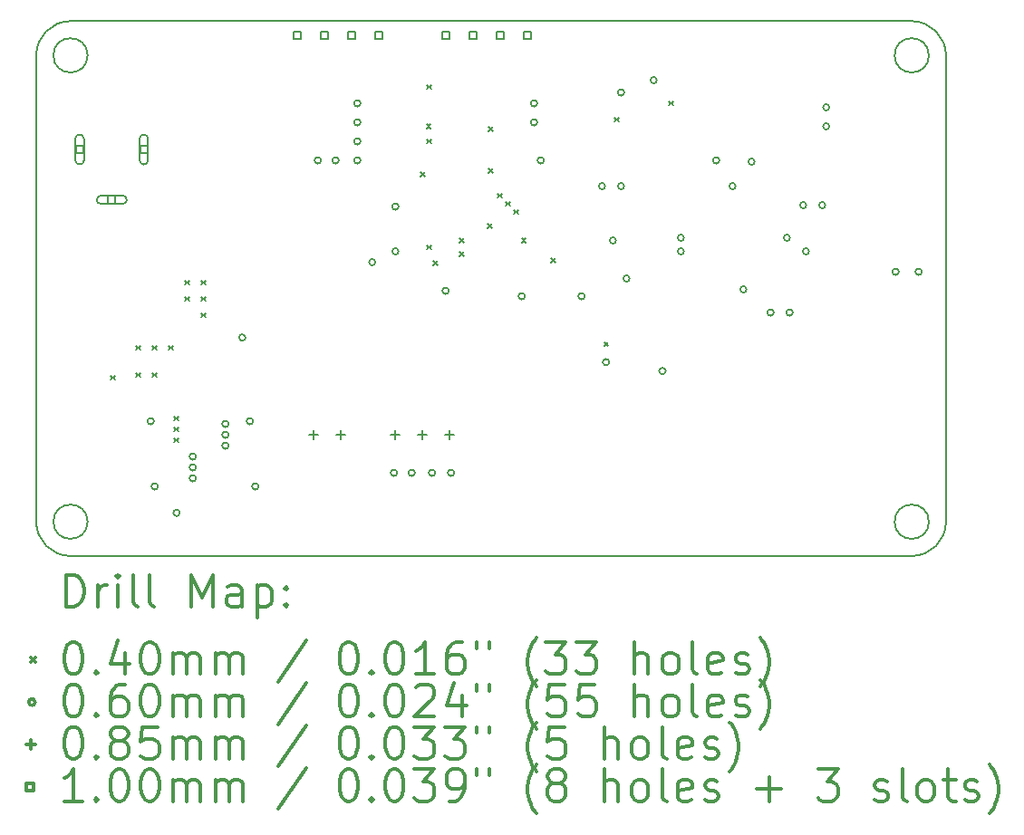
<source format=gbr>
%FSLAX45Y45*%
G04 Gerber Fmt 4.5, Leading zero omitted, Abs format (unit mm)*
G04 Created by KiCad (PCBNEW (5.1.9)-1) date 2022-01-14 23:33:00*
%MOMM*%
%LPD*%
G01*
G04 APERTURE LIST*
%TA.AperFunction,Profile*%
%ADD10C,0.200000*%
%TD*%
%ADD11C,0.200000*%
%ADD12C,0.300000*%
G04 APERTURE END LIST*
D10*
X10475000Y-10922000D02*
X10475000Y-6562000D01*
X18655000Y-6242000D02*
G75*
G02*
X18975000Y-6562000I0J-320000D01*
G01*
X10955000Y-6562000D02*
G75*
G03*
X10955000Y-6562000I-160000J0D01*
G01*
X18975000Y-10922000D02*
X18975000Y-6562000D01*
X10475000Y-6562000D02*
G75*
G02*
X10795000Y-6242000I320000J0D01*
G01*
X18815000Y-10922000D02*
G75*
G03*
X18815000Y-10922000I-160000J0D01*
G01*
X18815000Y-6562000D02*
G75*
G03*
X18815000Y-6562000I-160000J0D01*
G01*
X10795000Y-11242000D02*
X18655000Y-11242000D01*
X10955000Y-10922000D02*
G75*
G03*
X10955000Y-10922000I-160000J0D01*
G01*
X18975000Y-10922000D02*
G75*
G02*
X18655000Y-11242000I-320000J0D01*
G01*
X10795000Y-6242000D02*
X18655000Y-6242000D01*
X10795000Y-11242000D02*
G75*
G02*
X10475000Y-10922000I0J320000D01*
G01*
D11*
X11168700Y-9555800D02*
X11208700Y-9595800D01*
X11208700Y-9555800D02*
X11168700Y-9595800D01*
X11410000Y-9276400D02*
X11450000Y-9316400D01*
X11450000Y-9276400D02*
X11410000Y-9316400D01*
X11410000Y-9530400D02*
X11450000Y-9570400D01*
X11450000Y-9530400D02*
X11410000Y-9570400D01*
X11562400Y-9276400D02*
X11602400Y-9316400D01*
X11602400Y-9276400D02*
X11562400Y-9316400D01*
X11562400Y-9530400D02*
X11602400Y-9570400D01*
X11602400Y-9530400D02*
X11562400Y-9570400D01*
X11714800Y-9276400D02*
X11754800Y-9316400D01*
X11754800Y-9276400D02*
X11714800Y-9316400D01*
X11765600Y-9936800D02*
X11805600Y-9976800D01*
X11805600Y-9936800D02*
X11765600Y-9976800D01*
X11765600Y-10038400D02*
X11805600Y-10078400D01*
X11805600Y-10038400D02*
X11765600Y-10078400D01*
X11765600Y-10140000D02*
X11805600Y-10180000D01*
X11805600Y-10140000D02*
X11765600Y-10180000D01*
X11867200Y-8666800D02*
X11907200Y-8706800D01*
X11907200Y-8666800D02*
X11867200Y-8706800D01*
X11867200Y-8819200D02*
X11907200Y-8859200D01*
X11907200Y-8819200D02*
X11867200Y-8859200D01*
X12019600Y-8666800D02*
X12059600Y-8706800D01*
X12059600Y-8666800D02*
X12019600Y-8706800D01*
X12019600Y-8819200D02*
X12059600Y-8859200D01*
X12059600Y-8819200D02*
X12019600Y-8859200D01*
X12019600Y-8971600D02*
X12059600Y-9011600D01*
X12059600Y-8971600D02*
X12019600Y-9011600D01*
X14064300Y-7657150D02*
X14104300Y-7697150D01*
X14104300Y-7657150D02*
X14064300Y-7697150D01*
X14121450Y-7206300D02*
X14161450Y-7246300D01*
X14161450Y-7206300D02*
X14121450Y-7246300D01*
X14127800Y-6838000D02*
X14167800Y-6878000D01*
X14167800Y-6838000D02*
X14127800Y-6878000D01*
X14127800Y-7346000D02*
X14167800Y-7386000D01*
X14167800Y-7346000D02*
X14127800Y-7386000D01*
X14127800Y-8336600D02*
X14167800Y-8376600D01*
X14167800Y-8336600D02*
X14127800Y-8376600D01*
X14184950Y-8482650D02*
X14224950Y-8522650D01*
X14224950Y-8482650D02*
X14184950Y-8522650D01*
X14432600Y-8270500D02*
X14472600Y-8310500D01*
X14472600Y-8270500D02*
X14432600Y-8310500D01*
X14432600Y-8400100D02*
X14472600Y-8440100D01*
X14472600Y-8400100D02*
X14432600Y-8440100D01*
X14692950Y-8139750D02*
X14732950Y-8179750D01*
X14732950Y-8139750D02*
X14692950Y-8179750D01*
X14699300Y-7231700D02*
X14739300Y-7271700D01*
X14739300Y-7231700D02*
X14699300Y-7271700D01*
X14699300Y-7619050D02*
X14739300Y-7659050D01*
X14739300Y-7619050D02*
X14699300Y-7659050D01*
X14788200Y-7854000D02*
X14828200Y-7894000D01*
X14828200Y-7854000D02*
X14788200Y-7894000D01*
X14864400Y-7930200D02*
X14904400Y-7970200D01*
X14904400Y-7930200D02*
X14864400Y-7970200D01*
X14940600Y-8006400D02*
X14980600Y-8046400D01*
X14980600Y-8006400D02*
X14940600Y-8046400D01*
X15010450Y-8273100D02*
X15050450Y-8313100D01*
X15050450Y-8273100D02*
X15010450Y-8313100D01*
X15283500Y-8457250D02*
X15323500Y-8497250D01*
X15323500Y-8457250D02*
X15283500Y-8497250D01*
X15781450Y-9240950D02*
X15821450Y-9280950D01*
X15821450Y-9240950D02*
X15781450Y-9280950D01*
X15880400Y-7142800D02*
X15920400Y-7182800D01*
X15920400Y-7142800D02*
X15880400Y-7182800D01*
X16388400Y-6990400D02*
X16428400Y-7030400D01*
X16428400Y-6990400D02*
X16388400Y-7030400D01*
X11574300Y-9982200D02*
G75*
G03*
X11574300Y-9982200I-30000J0D01*
G01*
X11612400Y-10591800D02*
G75*
G03*
X11612400Y-10591800I-30000J0D01*
G01*
X11815600Y-10839450D02*
G75*
G03*
X11815600Y-10839450I-30000J0D01*
G01*
X11968000Y-10312400D02*
G75*
G03*
X11968000Y-10312400I-30000J0D01*
G01*
X11968000Y-10414000D02*
G75*
G03*
X11968000Y-10414000I-30000J0D01*
G01*
X11968000Y-10515600D02*
G75*
G03*
X11968000Y-10515600I-30000J0D01*
G01*
X12272800Y-10007600D02*
G75*
G03*
X12272800Y-10007600I-30000J0D01*
G01*
X12272800Y-10109200D02*
G75*
G03*
X12272800Y-10109200I-30000J0D01*
G01*
X12272800Y-10210800D02*
G75*
G03*
X12272800Y-10210800I-30000J0D01*
G01*
X12430000Y-9200000D02*
G75*
G03*
X12430000Y-9200000I-30000J0D01*
G01*
X12501400Y-9982200D02*
G75*
G03*
X12501400Y-9982200I-30000J0D01*
G01*
X12552200Y-10591800D02*
G75*
G03*
X12552200Y-10591800I-30000J0D01*
G01*
X13136400Y-7543800D02*
G75*
G03*
X13136400Y-7543800I-30000J0D01*
G01*
X13301500Y-7543800D02*
G75*
G03*
X13301500Y-7543800I-30000J0D01*
G01*
X13504700Y-7010400D02*
G75*
G03*
X13504700Y-7010400I-30000J0D01*
G01*
X13504700Y-7188200D02*
G75*
G03*
X13504700Y-7188200I-30000J0D01*
G01*
X13504700Y-7366000D02*
G75*
G03*
X13504700Y-7366000I-30000J0D01*
G01*
X13504700Y-7543800D02*
G75*
G03*
X13504700Y-7543800I-30000J0D01*
G01*
X13644400Y-8496300D02*
G75*
G03*
X13644400Y-8496300I-30000J0D01*
G01*
X13847600Y-10464800D02*
G75*
G03*
X13847600Y-10464800I-30000J0D01*
G01*
X13860300Y-7975600D02*
G75*
G03*
X13860300Y-7975600I-30000J0D01*
G01*
X13860300Y-8394700D02*
G75*
G03*
X13860300Y-8394700I-30000J0D01*
G01*
X14012700Y-10464800D02*
G75*
G03*
X14012700Y-10464800I-30000J0D01*
G01*
X14203200Y-10464800D02*
G75*
G03*
X14203200Y-10464800I-30000J0D01*
G01*
X14330200Y-8763000D02*
G75*
G03*
X14330200Y-8763000I-30000J0D01*
G01*
X14381000Y-10464800D02*
G75*
G03*
X14381000Y-10464800I-30000J0D01*
G01*
X15041400Y-8813800D02*
G75*
G03*
X15041400Y-8813800I-30000J0D01*
G01*
X15155700Y-7010400D02*
G75*
G03*
X15155700Y-7010400I-30000J0D01*
G01*
X15155700Y-7188200D02*
G75*
G03*
X15155700Y-7188200I-30000J0D01*
G01*
X15219200Y-7543800D02*
G75*
G03*
X15219200Y-7543800I-30000J0D01*
G01*
X15600200Y-8813800D02*
G75*
G03*
X15600200Y-8813800I-30000J0D01*
G01*
X15790700Y-7785100D02*
G75*
G03*
X15790700Y-7785100I-30000J0D01*
G01*
X15828800Y-9429750D02*
G75*
G03*
X15828800Y-9429750I-30000J0D01*
G01*
X15892300Y-8293100D02*
G75*
G03*
X15892300Y-8293100I-30000J0D01*
G01*
X15968500Y-6908800D02*
G75*
G03*
X15968500Y-6908800I-30000J0D01*
G01*
X15968500Y-7785100D02*
G75*
G03*
X15968500Y-7785100I-30000J0D01*
G01*
X16019300Y-8648700D02*
G75*
G03*
X16019300Y-8648700I-30000J0D01*
G01*
X16273300Y-6794500D02*
G75*
G03*
X16273300Y-6794500I-30000J0D01*
G01*
X16355850Y-9512300D02*
G75*
G03*
X16355850Y-9512300I-30000J0D01*
G01*
X16527300Y-8267700D02*
G75*
G03*
X16527300Y-8267700I-30000J0D01*
G01*
X16527300Y-8394700D02*
G75*
G03*
X16527300Y-8394700I-30000J0D01*
G01*
X16857500Y-7543800D02*
G75*
G03*
X16857500Y-7543800I-30000J0D01*
G01*
X17009900Y-7785100D02*
G75*
G03*
X17009900Y-7785100I-30000J0D01*
G01*
X17111500Y-8750300D02*
G75*
G03*
X17111500Y-8750300I-30000J0D01*
G01*
X17187700Y-7556500D02*
G75*
G03*
X17187700Y-7556500I-30000J0D01*
G01*
X17365500Y-8966200D02*
G75*
G03*
X17365500Y-8966200I-30000J0D01*
G01*
X17517900Y-8267700D02*
G75*
G03*
X17517900Y-8267700I-30000J0D01*
G01*
X17543300Y-8966200D02*
G75*
G03*
X17543300Y-8966200I-30000J0D01*
G01*
X17670300Y-7962900D02*
G75*
G03*
X17670300Y-7962900I-30000J0D01*
G01*
X17695700Y-8394700D02*
G75*
G03*
X17695700Y-8394700I-30000J0D01*
G01*
X17848100Y-7962900D02*
G75*
G03*
X17848100Y-7962900I-30000J0D01*
G01*
X17886200Y-7048500D02*
G75*
G03*
X17886200Y-7048500I-30000J0D01*
G01*
X17886200Y-7226300D02*
G75*
G03*
X17886200Y-7226300I-30000J0D01*
G01*
X18533900Y-8585200D02*
G75*
G03*
X18533900Y-8585200I-30000J0D01*
G01*
X18749800Y-8585200D02*
G75*
G03*
X18749800Y-8585200I-30000J0D01*
G01*
X13068300Y-10066700D02*
X13068300Y-10151700D01*
X13025800Y-10109200D02*
X13110800Y-10109200D01*
X13322300Y-10066700D02*
X13322300Y-10151700D01*
X13279800Y-10109200D02*
X13364800Y-10109200D01*
X13830300Y-10066700D02*
X13830300Y-10151700D01*
X13787800Y-10109200D02*
X13872800Y-10109200D01*
X14084300Y-10066700D02*
X14084300Y-10151700D01*
X14041800Y-10109200D02*
X14126800Y-10109200D01*
X14338300Y-10066700D02*
X14338300Y-10151700D01*
X14295800Y-10109200D02*
X14380800Y-10109200D01*
X10916156Y-7477556D02*
X10916156Y-7406844D01*
X10845444Y-7406844D01*
X10845444Y-7477556D01*
X10916156Y-7477556D01*
X10840800Y-7342200D02*
X10840800Y-7542200D01*
X10920800Y-7342200D02*
X10920800Y-7542200D01*
X10840800Y-7542200D02*
G75*
G03*
X10920800Y-7542200I40000J0D01*
G01*
X10920800Y-7342200D02*
G75*
G03*
X10840800Y-7342200I-40000J0D01*
G01*
X11216156Y-7947556D02*
X11216156Y-7876844D01*
X11145444Y-7876844D01*
X11145444Y-7947556D01*
X11216156Y-7947556D01*
X11080800Y-7952200D02*
X11280800Y-7952200D01*
X11080800Y-7872200D02*
X11280800Y-7872200D01*
X11280800Y-7952200D02*
G75*
G03*
X11280800Y-7872200I0J40000D01*
G01*
X11080800Y-7872200D02*
G75*
G03*
X11080800Y-7952200I0J-40000D01*
G01*
X11516156Y-7477556D02*
X11516156Y-7406844D01*
X11445444Y-7406844D01*
X11445444Y-7477556D01*
X11516156Y-7477556D01*
X11440800Y-7342200D02*
X11440800Y-7542200D01*
X11520800Y-7342200D02*
X11520800Y-7542200D01*
X11440800Y-7542200D02*
G75*
G03*
X11520800Y-7542200I40000J0D01*
G01*
X11520800Y-7342200D02*
G75*
G03*
X11440800Y-7342200I-40000J0D01*
G01*
X12951256Y-6410756D02*
X12951256Y-6340044D01*
X12880544Y-6340044D01*
X12880544Y-6410756D01*
X12951256Y-6410756D01*
X13205256Y-6410756D02*
X13205256Y-6340044D01*
X13134544Y-6340044D01*
X13134544Y-6410756D01*
X13205256Y-6410756D01*
X13459256Y-6410756D02*
X13459256Y-6340044D01*
X13388544Y-6340044D01*
X13388544Y-6410756D01*
X13459256Y-6410756D01*
X13713256Y-6410756D02*
X13713256Y-6340044D01*
X13642544Y-6340044D01*
X13642544Y-6410756D01*
X13713256Y-6410756D01*
X14335556Y-6410756D02*
X14335556Y-6340044D01*
X14264844Y-6340044D01*
X14264844Y-6410756D01*
X14335556Y-6410756D01*
X14589556Y-6410756D02*
X14589556Y-6340044D01*
X14518844Y-6340044D01*
X14518844Y-6410756D01*
X14589556Y-6410756D01*
X14843556Y-6410756D02*
X14843556Y-6340044D01*
X14772844Y-6340044D01*
X14772844Y-6410756D01*
X14843556Y-6410756D01*
X15097556Y-6410756D02*
X15097556Y-6340044D01*
X15026844Y-6340044D01*
X15026844Y-6410756D01*
X15097556Y-6410756D01*
D12*
X10751428Y-11717714D02*
X10751428Y-11417714D01*
X10822857Y-11417714D01*
X10865714Y-11432000D01*
X10894286Y-11460571D01*
X10908571Y-11489143D01*
X10922857Y-11546286D01*
X10922857Y-11589143D01*
X10908571Y-11646286D01*
X10894286Y-11674857D01*
X10865714Y-11703429D01*
X10822857Y-11717714D01*
X10751428Y-11717714D01*
X11051428Y-11717714D02*
X11051428Y-11517714D01*
X11051428Y-11574857D02*
X11065714Y-11546286D01*
X11080000Y-11532000D01*
X11108571Y-11517714D01*
X11137143Y-11517714D01*
X11237143Y-11717714D02*
X11237143Y-11517714D01*
X11237143Y-11417714D02*
X11222857Y-11432000D01*
X11237143Y-11446286D01*
X11251428Y-11432000D01*
X11237143Y-11417714D01*
X11237143Y-11446286D01*
X11422857Y-11717714D02*
X11394286Y-11703429D01*
X11380000Y-11674857D01*
X11380000Y-11417714D01*
X11580000Y-11717714D02*
X11551428Y-11703429D01*
X11537143Y-11674857D01*
X11537143Y-11417714D01*
X11922857Y-11717714D02*
X11922857Y-11417714D01*
X12022857Y-11632000D01*
X12122857Y-11417714D01*
X12122857Y-11717714D01*
X12394286Y-11717714D02*
X12394286Y-11560571D01*
X12380000Y-11532000D01*
X12351428Y-11517714D01*
X12294286Y-11517714D01*
X12265714Y-11532000D01*
X12394286Y-11703429D02*
X12365714Y-11717714D01*
X12294286Y-11717714D01*
X12265714Y-11703429D01*
X12251428Y-11674857D01*
X12251428Y-11646286D01*
X12265714Y-11617714D01*
X12294286Y-11603429D01*
X12365714Y-11603429D01*
X12394286Y-11589143D01*
X12537143Y-11517714D02*
X12537143Y-11817714D01*
X12537143Y-11532000D02*
X12565714Y-11517714D01*
X12622857Y-11517714D01*
X12651428Y-11532000D01*
X12665714Y-11546286D01*
X12680000Y-11574857D01*
X12680000Y-11660571D01*
X12665714Y-11689143D01*
X12651428Y-11703429D01*
X12622857Y-11717714D01*
X12565714Y-11717714D01*
X12537143Y-11703429D01*
X12808571Y-11689143D02*
X12822857Y-11703429D01*
X12808571Y-11717714D01*
X12794286Y-11703429D01*
X12808571Y-11689143D01*
X12808571Y-11717714D01*
X12808571Y-11532000D02*
X12822857Y-11546286D01*
X12808571Y-11560571D01*
X12794286Y-11546286D01*
X12808571Y-11532000D01*
X12808571Y-11560571D01*
X10425000Y-12192000D02*
X10465000Y-12232000D01*
X10465000Y-12192000D02*
X10425000Y-12232000D01*
X10808571Y-12047714D02*
X10837143Y-12047714D01*
X10865714Y-12062000D01*
X10880000Y-12076286D01*
X10894286Y-12104857D01*
X10908571Y-12162000D01*
X10908571Y-12233429D01*
X10894286Y-12290571D01*
X10880000Y-12319143D01*
X10865714Y-12333429D01*
X10837143Y-12347714D01*
X10808571Y-12347714D01*
X10780000Y-12333429D01*
X10765714Y-12319143D01*
X10751428Y-12290571D01*
X10737143Y-12233429D01*
X10737143Y-12162000D01*
X10751428Y-12104857D01*
X10765714Y-12076286D01*
X10780000Y-12062000D01*
X10808571Y-12047714D01*
X11037143Y-12319143D02*
X11051428Y-12333429D01*
X11037143Y-12347714D01*
X11022857Y-12333429D01*
X11037143Y-12319143D01*
X11037143Y-12347714D01*
X11308571Y-12147714D02*
X11308571Y-12347714D01*
X11237143Y-12033429D02*
X11165714Y-12247714D01*
X11351428Y-12247714D01*
X11522857Y-12047714D02*
X11551428Y-12047714D01*
X11580000Y-12062000D01*
X11594286Y-12076286D01*
X11608571Y-12104857D01*
X11622857Y-12162000D01*
X11622857Y-12233429D01*
X11608571Y-12290571D01*
X11594286Y-12319143D01*
X11580000Y-12333429D01*
X11551428Y-12347714D01*
X11522857Y-12347714D01*
X11494286Y-12333429D01*
X11480000Y-12319143D01*
X11465714Y-12290571D01*
X11451428Y-12233429D01*
X11451428Y-12162000D01*
X11465714Y-12104857D01*
X11480000Y-12076286D01*
X11494286Y-12062000D01*
X11522857Y-12047714D01*
X11751428Y-12347714D02*
X11751428Y-12147714D01*
X11751428Y-12176286D02*
X11765714Y-12162000D01*
X11794286Y-12147714D01*
X11837143Y-12147714D01*
X11865714Y-12162000D01*
X11880000Y-12190571D01*
X11880000Y-12347714D01*
X11880000Y-12190571D02*
X11894286Y-12162000D01*
X11922857Y-12147714D01*
X11965714Y-12147714D01*
X11994286Y-12162000D01*
X12008571Y-12190571D01*
X12008571Y-12347714D01*
X12151428Y-12347714D02*
X12151428Y-12147714D01*
X12151428Y-12176286D02*
X12165714Y-12162000D01*
X12194286Y-12147714D01*
X12237143Y-12147714D01*
X12265714Y-12162000D01*
X12280000Y-12190571D01*
X12280000Y-12347714D01*
X12280000Y-12190571D02*
X12294286Y-12162000D01*
X12322857Y-12147714D01*
X12365714Y-12147714D01*
X12394286Y-12162000D01*
X12408571Y-12190571D01*
X12408571Y-12347714D01*
X12994286Y-12033429D02*
X12737143Y-12419143D01*
X13380000Y-12047714D02*
X13408571Y-12047714D01*
X13437143Y-12062000D01*
X13451428Y-12076286D01*
X13465714Y-12104857D01*
X13480000Y-12162000D01*
X13480000Y-12233429D01*
X13465714Y-12290571D01*
X13451428Y-12319143D01*
X13437143Y-12333429D01*
X13408571Y-12347714D01*
X13380000Y-12347714D01*
X13351428Y-12333429D01*
X13337143Y-12319143D01*
X13322857Y-12290571D01*
X13308571Y-12233429D01*
X13308571Y-12162000D01*
X13322857Y-12104857D01*
X13337143Y-12076286D01*
X13351428Y-12062000D01*
X13380000Y-12047714D01*
X13608571Y-12319143D02*
X13622857Y-12333429D01*
X13608571Y-12347714D01*
X13594286Y-12333429D01*
X13608571Y-12319143D01*
X13608571Y-12347714D01*
X13808571Y-12047714D02*
X13837143Y-12047714D01*
X13865714Y-12062000D01*
X13880000Y-12076286D01*
X13894286Y-12104857D01*
X13908571Y-12162000D01*
X13908571Y-12233429D01*
X13894286Y-12290571D01*
X13880000Y-12319143D01*
X13865714Y-12333429D01*
X13837143Y-12347714D01*
X13808571Y-12347714D01*
X13780000Y-12333429D01*
X13765714Y-12319143D01*
X13751428Y-12290571D01*
X13737143Y-12233429D01*
X13737143Y-12162000D01*
X13751428Y-12104857D01*
X13765714Y-12076286D01*
X13780000Y-12062000D01*
X13808571Y-12047714D01*
X14194286Y-12347714D02*
X14022857Y-12347714D01*
X14108571Y-12347714D02*
X14108571Y-12047714D01*
X14080000Y-12090571D01*
X14051428Y-12119143D01*
X14022857Y-12133429D01*
X14451428Y-12047714D02*
X14394286Y-12047714D01*
X14365714Y-12062000D01*
X14351428Y-12076286D01*
X14322857Y-12119143D01*
X14308571Y-12176286D01*
X14308571Y-12290571D01*
X14322857Y-12319143D01*
X14337143Y-12333429D01*
X14365714Y-12347714D01*
X14422857Y-12347714D01*
X14451428Y-12333429D01*
X14465714Y-12319143D01*
X14480000Y-12290571D01*
X14480000Y-12219143D01*
X14465714Y-12190571D01*
X14451428Y-12176286D01*
X14422857Y-12162000D01*
X14365714Y-12162000D01*
X14337143Y-12176286D01*
X14322857Y-12190571D01*
X14308571Y-12219143D01*
X14594286Y-12047714D02*
X14594286Y-12104857D01*
X14708571Y-12047714D02*
X14708571Y-12104857D01*
X15151428Y-12462000D02*
X15137143Y-12447714D01*
X15108571Y-12404857D01*
X15094286Y-12376286D01*
X15080000Y-12333429D01*
X15065714Y-12262000D01*
X15065714Y-12204857D01*
X15080000Y-12133429D01*
X15094286Y-12090571D01*
X15108571Y-12062000D01*
X15137143Y-12019143D01*
X15151428Y-12004857D01*
X15237143Y-12047714D02*
X15422857Y-12047714D01*
X15322857Y-12162000D01*
X15365714Y-12162000D01*
X15394286Y-12176286D01*
X15408571Y-12190571D01*
X15422857Y-12219143D01*
X15422857Y-12290571D01*
X15408571Y-12319143D01*
X15394286Y-12333429D01*
X15365714Y-12347714D01*
X15280000Y-12347714D01*
X15251428Y-12333429D01*
X15237143Y-12319143D01*
X15522857Y-12047714D02*
X15708571Y-12047714D01*
X15608571Y-12162000D01*
X15651428Y-12162000D01*
X15680000Y-12176286D01*
X15694286Y-12190571D01*
X15708571Y-12219143D01*
X15708571Y-12290571D01*
X15694286Y-12319143D01*
X15680000Y-12333429D01*
X15651428Y-12347714D01*
X15565714Y-12347714D01*
X15537143Y-12333429D01*
X15522857Y-12319143D01*
X16065714Y-12347714D02*
X16065714Y-12047714D01*
X16194286Y-12347714D02*
X16194286Y-12190571D01*
X16180000Y-12162000D01*
X16151428Y-12147714D01*
X16108571Y-12147714D01*
X16080000Y-12162000D01*
X16065714Y-12176286D01*
X16380000Y-12347714D02*
X16351428Y-12333429D01*
X16337143Y-12319143D01*
X16322857Y-12290571D01*
X16322857Y-12204857D01*
X16337143Y-12176286D01*
X16351428Y-12162000D01*
X16380000Y-12147714D01*
X16422857Y-12147714D01*
X16451428Y-12162000D01*
X16465714Y-12176286D01*
X16480000Y-12204857D01*
X16480000Y-12290571D01*
X16465714Y-12319143D01*
X16451428Y-12333429D01*
X16422857Y-12347714D01*
X16380000Y-12347714D01*
X16651428Y-12347714D02*
X16622857Y-12333429D01*
X16608571Y-12304857D01*
X16608571Y-12047714D01*
X16880000Y-12333429D02*
X16851428Y-12347714D01*
X16794286Y-12347714D01*
X16765714Y-12333429D01*
X16751428Y-12304857D01*
X16751428Y-12190571D01*
X16765714Y-12162000D01*
X16794286Y-12147714D01*
X16851428Y-12147714D01*
X16880000Y-12162000D01*
X16894286Y-12190571D01*
X16894286Y-12219143D01*
X16751428Y-12247714D01*
X17008571Y-12333429D02*
X17037143Y-12347714D01*
X17094286Y-12347714D01*
X17122857Y-12333429D01*
X17137143Y-12304857D01*
X17137143Y-12290571D01*
X17122857Y-12262000D01*
X17094286Y-12247714D01*
X17051428Y-12247714D01*
X17022857Y-12233429D01*
X17008571Y-12204857D01*
X17008571Y-12190571D01*
X17022857Y-12162000D01*
X17051428Y-12147714D01*
X17094286Y-12147714D01*
X17122857Y-12162000D01*
X17237143Y-12462000D02*
X17251428Y-12447714D01*
X17280000Y-12404857D01*
X17294286Y-12376286D01*
X17308571Y-12333429D01*
X17322857Y-12262000D01*
X17322857Y-12204857D01*
X17308571Y-12133429D01*
X17294286Y-12090571D01*
X17280000Y-12062000D01*
X17251428Y-12019143D01*
X17237143Y-12004857D01*
X10465000Y-12608000D02*
G75*
G03*
X10465000Y-12608000I-30000J0D01*
G01*
X10808571Y-12443714D02*
X10837143Y-12443714D01*
X10865714Y-12458000D01*
X10880000Y-12472286D01*
X10894286Y-12500857D01*
X10908571Y-12558000D01*
X10908571Y-12629429D01*
X10894286Y-12686571D01*
X10880000Y-12715143D01*
X10865714Y-12729429D01*
X10837143Y-12743714D01*
X10808571Y-12743714D01*
X10780000Y-12729429D01*
X10765714Y-12715143D01*
X10751428Y-12686571D01*
X10737143Y-12629429D01*
X10737143Y-12558000D01*
X10751428Y-12500857D01*
X10765714Y-12472286D01*
X10780000Y-12458000D01*
X10808571Y-12443714D01*
X11037143Y-12715143D02*
X11051428Y-12729429D01*
X11037143Y-12743714D01*
X11022857Y-12729429D01*
X11037143Y-12715143D01*
X11037143Y-12743714D01*
X11308571Y-12443714D02*
X11251428Y-12443714D01*
X11222857Y-12458000D01*
X11208571Y-12472286D01*
X11180000Y-12515143D01*
X11165714Y-12572286D01*
X11165714Y-12686571D01*
X11180000Y-12715143D01*
X11194286Y-12729429D01*
X11222857Y-12743714D01*
X11280000Y-12743714D01*
X11308571Y-12729429D01*
X11322857Y-12715143D01*
X11337143Y-12686571D01*
X11337143Y-12615143D01*
X11322857Y-12586571D01*
X11308571Y-12572286D01*
X11280000Y-12558000D01*
X11222857Y-12558000D01*
X11194286Y-12572286D01*
X11180000Y-12586571D01*
X11165714Y-12615143D01*
X11522857Y-12443714D02*
X11551428Y-12443714D01*
X11580000Y-12458000D01*
X11594286Y-12472286D01*
X11608571Y-12500857D01*
X11622857Y-12558000D01*
X11622857Y-12629429D01*
X11608571Y-12686571D01*
X11594286Y-12715143D01*
X11580000Y-12729429D01*
X11551428Y-12743714D01*
X11522857Y-12743714D01*
X11494286Y-12729429D01*
X11480000Y-12715143D01*
X11465714Y-12686571D01*
X11451428Y-12629429D01*
X11451428Y-12558000D01*
X11465714Y-12500857D01*
X11480000Y-12472286D01*
X11494286Y-12458000D01*
X11522857Y-12443714D01*
X11751428Y-12743714D02*
X11751428Y-12543714D01*
X11751428Y-12572286D02*
X11765714Y-12558000D01*
X11794286Y-12543714D01*
X11837143Y-12543714D01*
X11865714Y-12558000D01*
X11880000Y-12586571D01*
X11880000Y-12743714D01*
X11880000Y-12586571D02*
X11894286Y-12558000D01*
X11922857Y-12543714D01*
X11965714Y-12543714D01*
X11994286Y-12558000D01*
X12008571Y-12586571D01*
X12008571Y-12743714D01*
X12151428Y-12743714D02*
X12151428Y-12543714D01*
X12151428Y-12572286D02*
X12165714Y-12558000D01*
X12194286Y-12543714D01*
X12237143Y-12543714D01*
X12265714Y-12558000D01*
X12280000Y-12586571D01*
X12280000Y-12743714D01*
X12280000Y-12586571D02*
X12294286Y-12558000D01*
X12322857Y-12543714D01*
X12365714Y-12543714D01*
X12394286Y-12558000D01*
X12408571Y-12586571D01*
X12408571Y-12743714D01*
X12994286Y-12429429D02*
X12737143Y-12815143D01*
X13380000Y-12443714D02*
X13408571Y-12443714D01*
X13437143Y-12458000D01*
X13451428Y-12472286D01*
X13465714Y-12500857D01*
X13480000Y-12558000D01*
X13480000Y-12629429D01*
X13465714Y-12686571D01*
X13451428Y-12715143D01*
X13437143Y-12729429D01*
X13408571Y-12743714D01*
X13380000Y-12743714D01*
X13351428Y-12729429D01*
X13337143Y-12715143D01*
X13322857Y-12686571D01*
X13308571Y-12629429D01*
X13308571Y-12558000D01*
X13322857Y-12500857D01*
X13337143Y-12472286D01*
X13351428Y-12458000D01*
X13380000Y-12443714D01*
X13608571Y-12715143D02*
X13622857Y-12729429D01*
X13608571Y-12743714D01*
X13594286Y-12729429D01*
X13608571Y-12715143D01*
X13608571Y-12743714D01*
X13808571Y-12443714D02*
X13837143Y-12443714D01*
X13865714Y-12458000D01*
X13880000Y-12472286D01*
X13894286Y-12500857D01*
X13908571Y-12558000D01*
X13908571Y-12629429D01*
X13894286Y-12686571D01*
X13880000Y-12715143D01*
X13865714Y-12729429D01*
X13837143Y-12743714D01*
X13808571Y-12743714D01*
X13780000Y-12729429D01*
X13765714Y-12715143D01*
X13751428Y-12686571D01*
X13737143Y-12629429D01*
X13737143Y-12558000D01*
X13751428Y-12500857D01*
X13765714Y-12472286D01*
X13780000Y-12458000D01*
X13808571Y-12443714D01*
X14022857Y-12472286D02*
X14037143Y-12458000D01*
X14065714Y-12443714D01*
X14137143Y-12443714D01*
X14165714Y-12458000D01*
X14180000Y-12472286D01*
X14194286Y-12500857D01*
X14194286Y-12529429D01*
X14180000Y-12572286D01*
X14008571Y-12743714D01*
X14194286Y-12743714D01*
X14451428Y-12543714D02*
X14451428Y-12743714D01*
X14380000Y-12429429D02*
X14308571Y-12643714D01*
X14494286Y-12643714D01*
X14594286Y-12443714D02*
X14594286Y-12500857D01*
X14708571Y-12443714D02*
X14708571Y-12500857D01*
X15151428Y-12858000D02*
X15137143Y-12843714D01*
X15108571Y-12800857D01*
X15094286Y-12772286D01*
X15080000Y-12729429D01*
X15065714Y-12658000D01*
X15065714Y-12600857D01*
X15080000Y-12529429D01*
X15094286Y-12486571D01*
X15108571Y-12458000D01*
X15137143Y-12415143D01*
X15151428Y-12400857D01*
X15408571Y-12443714D02*
X15265714Y-12443714D01*
X15251428Y-12586571D01*
X15265714Y-12572286D01*
X15294286Y-12558000D01*
X15365714Y-12558000D01*
X15394286Y-12572286D01*
X15408571Y-12586571D01*
X15422857Y-12615143D01*
X15422857Y-12686571D01*
X15408571Y-12715143D01*
X15394286Y-12729429D01*
X15365714Y-12743714D01*
X15294286Y-12743714D01*
X15265714Y-12729429D01*
X15251428Y-12715143D01*
X15694286Y-12443714D02*
X15551428Y-12443714D01*
X15537143Y-12586571D01*
X15551428Y-12572286D01*
X15580000Y-12558000D01*
X15651428Y-12558000D01*
X15680000Y-12572286D01*
X15694286Y-12586571D01*
X15708571Y-12615143D01*
X15708571Y-12686571D01*
X15694286Y-12715143D01*
X15680000Y-12729429D01*
X15651428Y-12743714D01*
X15580000Y-12743714D01*
X15551428Y-12729429D01*
X15537143Y-12715143D01*
X16065714Y-12743714D02*
X16065714Y-12443714D01*
X16194286Y-12743714D02*
X16194286Y-12586571D01*
X16180000Y-12558000D01*
X16151428Y-12543714D01*
X16108571Y-12543714D01*
X16080000Y-12558000D01*
X16065714Y-12572286D01*
X16380000Y-12743714D02*
X16351428Y-12729429D01*
X16337143Y-12715143D01*
X16322857Y-12686571D01*
X16322857Y-12600857D01*
X16337143Y-12572286D01*
X16351428Y-12558000D01*
X16380000Y-12543714D01*
X16422857Y-12543714D01*
X16451428Y-12558000D01*
X16465714Y-12572286D01*
X16480000Y-12600857D01*
X16480000Y-12686571D01*
X16465714Y-12715143D01*
X16451428Y-12729429D01*
X16422857Y-12743714D01*
X16380000Y-12743714D01*
X16651428Y-12743714D02*
X16622857Y-12729429D01*
X16608571Y-12700857D01*
X16608571Y-12443714D01*
X16880000Y-12729429D02*
X16851428Y-12743714D01*
X16794286Y-12743714D01*
X16765714Y-12729429D01*
X16751428Y-12700857D01*
X16751428Y-12586571D01*
X16765714Y-12558000D01*
X16794286Y-12543714D01*
X16851428Y-12543714D01*
X16880000Y-12558000D01*
X16894286Y-12586571D01*
X16894286Y-12615143D01*
X16751428Y-12643714D01*
X17008571Y-12729429D02*
X17037143Y-12743714D01*
X17094286Y-12743714D01*
X17122857Y-12729429D01*
X17137143Y-12700857D01*
X17137143Y-12686571D01*
X17122857Y-12658000D01*
X17094286Y-12643714D01*
X17051428Y-12643714D01*
X17022857Y-12629429D01*
X17008571Y-12600857D01*
X17008571Y-12586571D01*
X17022857Y-12558000D01*
X17051428Y-12543714D01*
X17094286Y-12543714D01*
X17122857Y-12558000D01*
X17237143Y-12858000D02*
X17251428Y-12843714D01*
X17280000Y-12800857D01*
X17294286Y-12772286D01*
X17308571Y-12729429D01*
X17322857Y-12658000D01*
X17322857Y-12600857D01*
X17308571Y-12529429D01*
X17294286Y-12486571D01*
X17280000Y-12458000D01*
X17251428Y-12415143D01*
X17237143Y-12400857D01*
X10422500Y-12961500D02*
X10422500Y-13046500D01*
X10380000Y-13004000D02*
X10465000Y-13004000D01*
X10808571Y-12839714D02*
X10837143Y-12839714D01*
X10865714Y-12854000D01*
X10880000Y-12868286D01*
X10894286Y-12896857D01*
X10908571Y-12954000D01*
X10908571Y-13025429D01*
X10894286Y-13082571D01*
X10880000Y-13111143D01*
X10865714Y-13125429D01*
X10837143Y-13139714D01*
X10808571Y-13139714D01*
X10780000Y-13125429D01*
X10765714Y-13111143D01*
X10751428Y-13082571D01*
X10737143Y-13025429D01*
X10737143Y-12954000D01*
X10751428Y-12896857D01*
X10765714Y-12868286D01*
X10780000Y-12854000D01*
X10808571Y-12839714D01*
X11037143Y-13111143D02*
X11051428Y-13125429D01*
X11037143Y-13139714D01*
X11022857Y-13125429D01*
X11037143Y-13111143D01*
X11037143Y-13139714D01*
X11222857Y-12968286D02*
X11194286Y-12954000D01*
X11180000Y-12939714D01*
X11165714Y-12911143D01*
X11165714Y-12896857D01*
X11180000Y-12868286D01*
X11194286Y-12854000D01*
X11222857Y-12839714D01*
X11280000Y-12839714D01*
X11308571Y-12854000D01*
X11322857Y-12868286D01*
X11337143Y-12896857D01*
X11337143Y-12911143D01*
X11322857Y-12939714D01*
X11308571Y-12954000D01*
X11280000Y-12968286D01*
X11222857Y-12968286D01*
X11194286Y-12982571D01*
X11180000Y-12996857D01*
X11165714Y-13025429D01*
X11165714Y-13082571D01*
X11180000Y-13111143D01*
X11194286Y-13125429D01*
X11222857Y-13139714D01*
X11280000Y-13139714D01*
X11308571Y-13125429D01*
X11322857Y-13111143D01*
X11337143Y-13082571D01*
X11337143Y-13025429D01*
X11322857Y-12996857D01*
X11308571Y-12982571D01*
X11280000Y-12968286D01*
X11608571Y-12839714D02*
X11465714Y-12839714D01*
X11451428Y-12982571D01*
X11465714Y-12968286D01*
X11494286Y-12954000D01*
X11565714Y-12954000D01*
X11594286Y-12968286D01*
X11608571Y-12982571D01*
X11622857Y-13011143D01*
X11622857Y-13082571D01*
X11608571Y-13111143D01*
X11594286Y-13125429D01*
X11565714Y-13139714D01*
X11494286Y-13139714D01*
X11465714Y-13125429D01*
X11451428Y-13111143D01*
X11751428Y-13139714D02*
X11751428Y-12939714D01*
X11751428Y-12968286D02*
X11765714Y-12954000D01*
X11794286Y-12939714D01*
X11837143Y-12939714D01*
X11865714Y-12954000D01*
X11880000Y-12982571D01*
X11880000Y-13139714D01*
X11880000Y-12982571D02*
X11894286Y-12954000D01*
X11922857Y-12939714D01*
X11965714Y-12939714D01*
X11994286Y-12954000D01*
X12008571Y-12982571D01*
X12008571Y-13139714D01*
X12151428Y-13139714D02*
X12151428Y-12939714D01*
X12151428Y-12968286D02*
X12165714Y-12954000D01*
X12194286Y-12939714D01*
X12237143Y-12939714D01*
X12265714Y-12954000D01*
X12280000Y-12982571D01*
X12280000Y-13139714D01*
X12280000Y-12982571D02*
X12294286Y-12954000D01*
X12322857Y-12939714D01*
X12365714Y-12939714D01*
X12394286Y-12954000D01*
X12408571Y-12982571D01*
X12408571Y-13139714D01*
X12994286Y-12825429D02*
X12737143Y-13211143D01*
X13380000Y-12839714D02*
X13408571Y-12839714D01*
X13437143Y-12854000D01*
X13451428Y-12868286D01*
X13465714Y-12896857D01*
X13480000Y-12954000D01*
X13480000Y-13025429D01*
X13465714Y-13082571D01*
X13451428Y-13111143D01*
X13437143Y-13125429D01*
X13408571Y-13139714D01*
X13380000Y-13139714D01*
X13351428Y-13125429D01*
X13337143Y-13111143D01*
X13322857Y-13082571D01*
X13308571Y-13025429D01*
X13308571Y-12954000D01*
X13322857Y-12896857D01*
X13337143Y-12868286D01*
X13351428Y-12854000D01*
X13380000Y-12839714D01*
X13608571Y-13111143D02*
X13622857Y-13125429D01*
X13608571Y-13139714D01*
X13594286Y-13125429D01*
X13608571Y-13111143D01*
X13608571Y-13139714D01*
X13808571Y-12839714D02*
X13837143Y-12839714D01*
X13865714Y-12854000D01*
X13880000Y-12868286D01*
X13894286Y-12896857D01*
X13908571Y-12954000D01*
X13908571Y-13025429D01*
X13894286Y-13082571D01*
X13880000Y-13111143D01*
X13865714Y-13125429D01*
X13837143Y-13139714D01*
X13808571Y-13139714D01*
X13780000Y-13125429D01*
X13765714Y-13111143D01*
X13751428Y-13082571D01*
X13737143Y-13025429D01*
X13737143Y-12954000D01*
X13751428Y-12896857D01*
X13765714Y-12868286D01*
X13780000Y-12854000D01*
X13808571Y-12839714D01*
X14008571Y-12839714D02*
X14194286Y-12839714D01*
X14094286Y-12954000D01*
X14137143Y-12954000D01*
X14165714Y-12968286D01*
X14180000Y-12982571D01*
X14194286Y-13011143D01*
X14194286Y-13082571D01*
X14180000Y-13111143D01*
X14165714Y-13125429D01*
X14137143Y-13139714D01*
X14051428Y-13139714D01*
X14022857Y-13125429D01*
X14008571Y-13111143D01*
X14294286Y-12839714D02*
X14480000Y-12839714D01*
X14380000Y-12954000D01*
X14422857Y-12954000D01*
X14451428Y-12968286D01*
X14465714Y-12982571D01*
X14480000Y-13011143D01*
X14480000Y-13082571D01*
X14465714Y-13111143D01*
X14451428Y-13125429D01*
X14422857Y-13139714D01*
X14337143Y-13139714D01*
X14308571Y-13125429D01*
X14294286Y-13111143D01*
X14594286Y-12839714D02*
X14594286Y-12896857D01*
X14708571Y-12839714D02*
X14708571Y-12896857D01*
X15151428Y-13254000D02*
X15137143Y-13239714D01*
X15108571Y-13196857D01*
X15094286Y-13168286D01*
X15080000Y-13125429D01*
X15065714Y-13054000D01*
X15065714Y-12996857D01*
X15080000Y-12925429D01*
X15094286Y-12882571D01*
X15108571Y-12854000D01*
X15137143Y-12811143D01*
X15151428Y-12796857D01*
X15408571Y-12839714D02*
X15265714Y-12839714D01*
X15251428Y-12982571D01*
X15265714Y-12968286D01*
X15294286Y-12954000D01*
X15365714Y-12954000D01*
X15394286Y-12968286D01*
X15408571Y-12982571D01*
X15422857Y-13011143D01*
X15422857Y-13082571D01*
X15408571Y-13111143D01*
X15394286Y-13125429D01*
X15365714Y-13139714D01*
X15294286Y-13139714D01*
X15265714Y-13125429D01*
X15251428Y-13111143D01*
X15780000Y-13139714D02*
X15780000Y-12839714D01*
X15908571Y-13139714D02*
X15908571Y-12982571D01*
X15894286Y-12954000D01*
X15865714Y-12939714D01*
X15822857Y-12939714D01*
X15794286Y-12954000D01*
X15780000Y-12968286D01*
X16094286Y-13139714D02*
X16065714Y-13125429D01*
X16051428Y-13111143D01*
X16037143Y-13082571D01*
X16037143Y-12996857D01*
X16051428Y-12968286D01*
X16065714Y-12954000D01*
X16094286Y-12939714D01*
X16137143Y-12939714D01*
X16165714Y-12954000D01*
X16180000Y-12968286D01*
X16194286Y-12996857D01*
X16194286Y-13082571D01*
X16180000Y-13111143D01*
X16165714Y-13125429D01*
X16137143Y-13139714D01*
X16094286Y-13139714D01*
X16365714Y-13139714D02*
X16337143Y-13125429D01*
X16322857Y-13096857D01*
X16322857Y-12839714D01*
X16594286Y-13125429D02*
X16565714Y-13139714D01*
X16508571Y-13139714D01*
X16480000Y-13125429D01*
X16465714Y-13096857D01*
X16465714Y-12982571D01*
X16480000Y-12954000D01*
X16508571Y-12939714D01*
X16565714Y-12939714D01*
X16594286Y-12954000D01*
X16608571Y-12982571D01*
X16608571Y-13011143D01*
X16465714Y-13039714D01*
X16722857Y-13125429D02*
X16751428Y-13139714D01*
X16808571Y-13139714D01*
X16837143Y-13125429D01*
X16851428Y-13096857D01*
X16851428Y-13082571D01*
X16837143Y-13054000D01*
X16808571Y-13039714D01*
X16765714Y-13039714D01*
X16737143Y-13025429D01*
X16722857Y-12996857D01*
X16722857Y-12982571D01*
X16737143Y-12954000D01*
X16765714Y-12939714D01*
X16808571Y-12939714D01*
X16837143Y-12954000D01*
X16951428Y-13254000D02*
X16965714Y-13239714D01*
X16994286Y-13196857D01*
X17008571Y-13168286D01*
X17022857Y-13125429D01*
X17037143Y-13054000D01*
X17037143Y-12996857D01*
X17022857Y-12925429D01*
X17008571Y-12882571D01*
X16994286Y-12854000D01*
X16965714Y-12811143D01*
X16951428Y-12796857D01*
X10450356Y-13435356D02*
X10450356Y-13364644D01*
X10379644Y-13364644D01*
X10379644Y-13435356D01*
X10450356Y-13435356D01*
X10908571Y-13535714D02*
X10737143Y-13535714D01*
X10822857Y-13535714D02*
X10822857Y-13235714D01*
X10794286Y-13278571D01*
X10765714Y-13307143D01*
X10737143Y-13321429D01*
X11037143Y-13507143D02*
X11051428Y-13521429D01*
X11037143Y-13535714D01*
X11022857Y-13521429D01*
X11037143Y-13507143D01*
X11037143Y-13535714D01*
X11237143Y-13235714D02*
X11265714Y-13235714D01*
X11294286Y-13250000D01*
X11308571Y-13264286D01*
X11322857Y-13292857D01*
X11337143Y-13350000D01*
X11337143Y-13421429D01*
X11322857Y-13478571D01*
X11308571Y-13507143D01*
X11294286Y-13521429D01*
X11265714Y-13535714D01*
X11237143Y-13535714D01*
X11208571Y-13521429D01*
X11194286Y-13507143D01*
X11180000Y-13478571D01*
X11165714Y-13421429D01*
X11165714Y-13350000D01*
X11180000Y-13292857D01*
X11194286Y-13264286D01*
X11208571Y-13250000D01*
X11237143Y-13235714D01*
X11522857Y-13235714D02*
X11551428Y-13235714D01*
X11580000Y-13250000D01*
X11594286Y-13264286D01*
X11608571Y-13292857D01*
X11622857Y-13350000D01*
X11622857Y-13421429D01*
X11608571Y-13478571D01*
X11594286Y-13507143D01*
X11580000Y-13521429D01*
X11551428Y-13535714D01*
X11522857Y-13535714D01*
X11494286Y-13521429D01*
X11480000Y-13507143D01*
X11465714Y-13478571D01*
X11451428Y-13421429D01*
X11451428Y-13350000D01*
X11465714Y-13292857D01*
X11480000Y-13264286D01*
X11494286Y-13250000D01*
X11522857Y-13235714D01*
X11751428Y-13535714D02*
X11751428Y-13335714D01*
X11751428Y-13364286D02*
X11765714Y-13350000D01*
X11794286Y-13335714D01*
X11837143Y-13335714D01*
X11865714Y-13350000D01*
X11880000Y-13378571D01*
X11880000Y-13535714D01*
X11880000Y-13378571D02*
X11894286Y-13350000D01*
X11922857Y-13335714D01*
X11965714Y-13335714D01*
X11994286Y-13350000D01*
X12008571Y-13378571D01*
X12008571Y-13535714D01*
X12151428Y-13535714D02*
X12151428Y-13335714D01*
X12151428Y-13364286D02*
X12165714Y-13350000D01*
X12194286Y-13335714D01*
X12237143Y-13335714D01*
X12265714Y-13350000D01*
X12280000Y-13378571D01*
X12280000Y-13535714D01*
X12280000Y-13378571D02*
X12294286Y-13350000D01*
X12322857Y-13335714D01*
X12365714Y-13335714D01*
X12394286Y-13350000D01*
X12408571Y-13378571D01*
X12408571Y-13535714D01*
X12994286Y-13221429D02*
X12737143Y-13607143D01*
X13380000Y-13235714D02*
X13408571Y-13235714D01*
X13437143Y-13250000D01*
X13451428Y-13264286D01*
X13465714Y-13292857D01*
X13480000Y-13350000D01*
X13480000Y-13421429D01*
X13465714Y-13478571D01*
X13451428Y-13507143D01*
X13437143Y-13521429D01*
X13408571Y-13535714D01*
X13380000Y-13535714D01*
X13351428Y-13521429D01*
X13337143Y-13507143D01*
X13322857Y-13478571D01*
X13308571Y-13421429D01*
X13308571Y-13350000D01*
X13322857Y-13292857D01*
X13337143Y-13264286D01*
X13351428Y-13250000D01*
X13380000Y-13235714D01*
X13608571Y-13507143D02*
X13622857Y-13521429D01*
X13608571Y-13535714D01*
X13594286Y-13521429D01*
X13608571Y-13507143D01*
X13608571Y-13535714D01*
X13808571Y-13235714D02*
X13837143Y-13235714D01*
X13865714Y-13250000D01*
X13880000Y-13264286D01*
X13894286Y-13292857D01*
X13908571Y-13350000D01*
X13908571Y-13421429D01*
X13894286Y-13478571D01*
X13880000Y-13507143D01*
X13865714Y-13521429D01*
X13837143Y-13535714D01*
X13808571Y-13535714D01*
X13780000Y-13521429D01*
X13765714Y-13507143D01*
X13751428Y-13478571D01*
X13737143Y-13421429D01*
X13737143Y-13350000D01*
X13751428Y-13292857D01*
X13765714Y-13264286D01*
X13780000Y-13250000D01*
X13808571Y-13235714D01*
X14008571Y-13235714D02*
X14194286Y-13235714D01*
X14094286Y-13350000D01*
X14137143Y-13350000D01*
X14165714Y-13364286D01*
X14180000Y-13378571D01*
X14194286Y-13407143D01*
X14194286Y-13478571D01*
X14180000Y-13507143D01*
X14165714Y-13521429D01*
X14137143Y-13535714D01*
X14051428Y-13535714D01*
X14022857Y-13521429D01*
X14008571Y-13507143D01*
X14337143Y-13535714D02*
X14394286Y-13535714D01*
X14422857Y-13521429D01*
X14437143Y-13507143D01*
X14465714Y-13464286D01*
X14480000Y-13407143D01*
X14480000Y-13292857D01*
X14465714Y-13264286D01*
X14451428Y-13250000D01*
X14422857Y-13235714D01*
X14365714Y-13235714D01*
X14337143Y-13250000D01*
X14322857Y-13264286D01*
X14308571Y-13292857D01*
X14308571Y-13364286D01*
X14322857Y-13392857D01*
X14337143Y-13407143D01*
X14365714Y-13421429D01*
X14422857Y-13421429D01*
X14451428Y-13407143D01*
X14465714Y-13392857D01*
X14480000Y-13364286D01*
X14594286Y-13235714D02*
X14594286Y-13292857D01*
X14708571Y-13235714D02*
X14708571Y-13292857D01*
X15151428Y-13650000D02*
X15137143Y-13635714D01*
X15108571Y-13592857D01*
X15094286Y-13564286D01*
X15080000Y-13521429D01*
X15065714Y-13450000D01*
X15065714Y-13392857D01*
X15080000Y-13321429D01*
X15094286Y-13278571D01*
X15108571Y-13250000D01*
X15137143Y-13207143D01*
X15151428Y-13192857D01*
X15308571Y-13364286D02*
X15280000Y-13350000D01*
X15265714Y-13335714D01*
X15251428Y-13307143D01*
X15251428Y-13292857D01*
X15265714Y-13264286D01*
X15280000Y-13250000D01*
X15308571Y-13235714D01*
X15365714Y-13235714D01*
X15394286Y-13250000D01*
X15408571Y-13264286D01*
X15422857Y-13292857D01*
X15422857Y-13307143D01*
X15408571Y-13335714D01*
X15394286Y-13350000D01*
X15365714Y-13364286D01*
X15308571Y-13364286D01*
X15280000Y-13378571D01*
X15265714Y-13392857D01*
X15251428Y-13421429D01*
X15251428Y-13478571D01*
X15265714Y-13507143D01*
X15280000Y-13521429D01*
X15308571Y-13535714D01*
X15365714Y-13535714D01*
X15394286Y-13521429D01*
X15408571Y-13507143D01*
X15422857Y-13478571D01*
X15422857Y-13421429D01*
X15408571Y-13392857D01*
X15394286Y-13378571D01*
X15365714Y-13364286D01*
X15780000Y-13535714D02*
X15780000Y-13235714D01*
X15908571Y-13535714D02*
X15908571Y-13378571D01*
X15894286Y-13350000D01*
X15865714Y-13335714D01*
X15822857Y-13335714D01*
X15794286Y-13350000D01*
X15780000Y-13364286D01*
X16094286Y-13535714D02*
X16065714Y-13521429D01*
X16051428Y-13507143D01*
X16037143Y-13478571D01*
X16037143Y-13392857D01*
X16051428Y-13364286D01*
X16065714Y-13350000D01*
X16094286Y-13335714D01*
X16137143Y-13335714D01*
X16165714Y-13350000D01*
X16180000Y-13364286D01*
X16194286Y-13392857D01*
X16194286Y-13478571D01*
X16180000Y-13507143D01*
X16165714Y-13521429D01*
X16137143Y-13535714D01*
X16094286Y-13535714D01*
X16365714Y-13535714D02*
X16337143Y-13521429D01*
X16322857Y-13492857D01*
X16322857Y-13235714D01*
X16594286Y-13521429D02*
X16565714Y-13535714D01*
X16508571Y-13535714D01*
X16480000Y-13521429D01*
X16465714Y-13492857D01*
X16465714Y-13378571D01*
X16480000Y-13350000D01*
X16508571Y-13335714D01*
X16565714Y-13335714D01*
X16594286Y-13350000D01*
X16608571Y-13378571D01*
X16608571Y-13407143D01*
X16465714Y-13435714D01*
X16722857Y-13521429D02*
X16751428Y-13535714D01*
X16808571Y-13535714D01*
X16837143Y-13521429D01*
X16851428Y-13492857D01*
X16851428Y-13478571D01*
X16837143Y-13450000D01*
X16808571Y-13435714D01*
X16765714Y-13435714D01*
X16737143Y-13421429D01*
X16722857Y-13392857D01*
X16722857Y-13378571D01*
X16737143Y-13350000D01*
X16765714Y-13335714D01*
X16808571Y-13335714D01*
X16837143Y-13350000D01*
X17208571Y-13421429D02*
X17437143Y-13421429D01*
X17322857Y-13535714D02*
X17322857Y-13307143D01*
X17780000Y-13235714D02*
X17965714Y-13235714D01*
X17865714Y-13350000D01*
X17908571Y-13350000D01*
X17937143Y-13364286D01*
X17951428Y-13378571D01*
X17965714Y-13407143D01*
X17965714Y-13478571D01*
X17951428Y-13507143D01*
X17937143Y-13521429D01*
X17908571Y-13535714D01*
X17822857Y-13535714D01*
X17794286Y-13521429D01*
X17780000Y-13507143D01*
X18308571Y-13521429D02*
X18337143Y-13535714D01*
X18394286Y-13535714D01*
X18422857Y-13521429D01*
X18437143Y-13492857D01*
X18437143Y-13478571D01*
X18422857Y-13450000D01*
X18394286Y-13435714D01*
X18351428Y-13435714D01*
X18322857Y-13421429D01*
X18308571Y-13392857D01*
X18308571Y-13378571D01*
X18322857Y-13350000D01*
X18351428Y-13335714D01*
X18394286Y-13335714D01*
X18422857Y-13350000D01*
X18608571Y-13535714D02*
X18580000Y-13521429D01*
X18565714Y-13492857D01*
X18565714Y-13235714D01*
X18765714Y-13535714D02*
X18737143Y-13521429D01*
X18722857Y-13507143D01*
X18708571Y-13478571D01*
X18708571Y-13392857D01*
X18722857Y-13364286D01*
X18737143Y-13350000D01*
X18765714Y-13335714D01*
X18808571Y-13335714D01*
X18837143Y-13350000D01*
X18851428Y-13364286D01*
X18865714Y-13392857D01*
X18865714Y-13478571D01*
X18851428Y-13507143D01*
X18837143Y-13521429D01*
X18808571Y-13535714D01*
X18765714Y-13535714D01*
X18951428Y-13335714D02*
X19065714Y-13335714D01*
X18994286Y-13235714D02*
X18994286Y-13492857D01*
X19008571Y-13521429D01*
X19037143Y-13535714D01*
X19065714Y-13535714D01*
X19151428Y-13521429D02*
X19180000Y-13535714D01*
X19237143Y-13535714D01*
X19265714Y-13521429D01*
X19280000Y-13492857D01*
X19280000Y-13478571D01*
X19265714Y-13450000D01*
X19237143Y-13435714D01*
X19194286Y-13435714D01*
X19165714Y-13421429D01*
X19151428Y-13392857D01*
X19151428Y-13378571D01*
X19165714Y-13350000D01*
X19194286Y-13335714D01*
X19237143Y-13335714D01*
X19265714Y-13350000D01*
X19380000Y-13650000D02*
X19394286Y-13635714D01*
X19422857Y-13592857D01*
X19437143Y-13564286D01*
X19451428Y-13521429D01*
X19465714Y-13450000D01*
X19465714Y-13392857D01*
X19451428Y-13321429D01*
X19437143Y-13278571D01*
X19422857Y-13250000D01*
X19394286Y-13207143D01*
X19380000Y-13192857D01*
M02*

</source>
